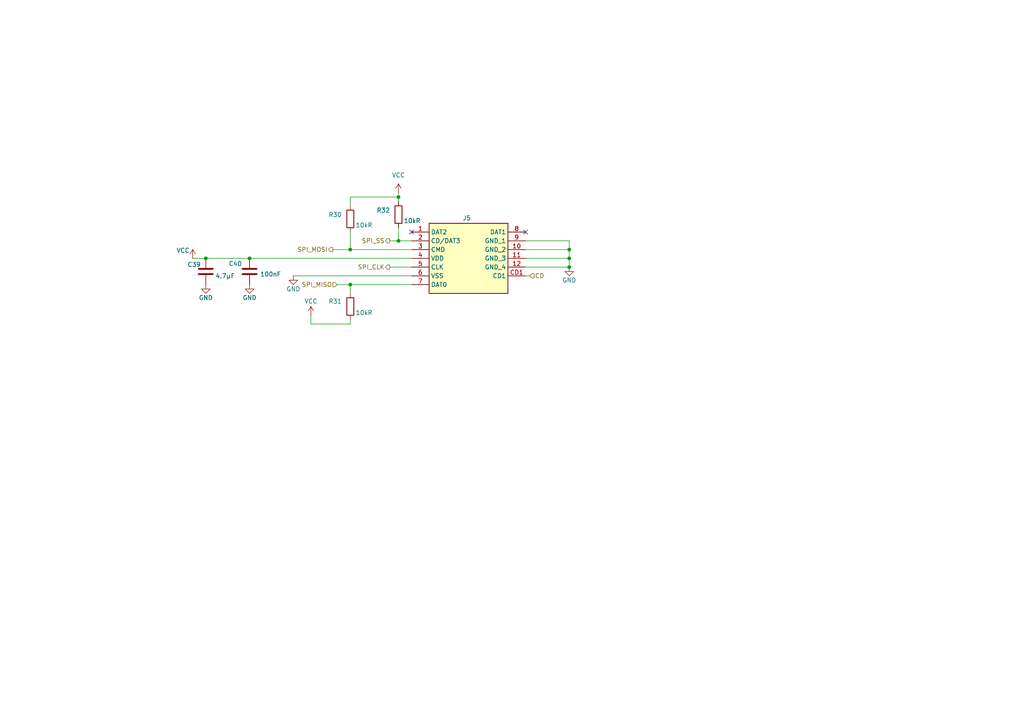
<source format=kicad_sch>
(kicad_sch (version 20250114) (generator "eeschema") (generator_version "9.0")
  (paper "A4")
  (title_block (title "SD-Card") (date "2025-04-05") (rev "2.0") (company "Metropolia Motorsport") (comment 3 "ikar15012002@gmail.com") (comment 4 "Ivans Karsenieks"))
  (lib_symbols
    (symbol "Device:C" (pin_numbers (hide yes)) (pin_names (offset 0.254))
      (property "Reference" "C" (at 0.635 2.54 0))
      (property "Value" "C" (at 0.635 -2.54 0))
      (symbol "C_0_1"
        (polyline (pts (xy -2.032 0.762) (xy 2.032 0.762)) (stroke (width 0.508)))
        (polyline (pts (xy -2.032 -0.762) (xy 2.032 -0.762)) (stroke (width 0.508)))
      )
      (symbol "C_1_1"
        (pin passive line (at 0 3.81 270) (length 2.794) (name "~") (number "1"))
        (pin passive line (at 0 -3.81 90) (length 2.794) (name "~") (number "2"))
      )
    )
    (symbol "Device:R" (pin_numbers (hide yes)) (pin_names (offset 0))
      (property "Reference" "R" (at 2.032 0 90))
      (property "Value" "R" (at 0 0 90))
      (symbol "R_0_1"
        (rectangle (start -1.016 -2.54) (end 1.016 2.54) (stroke (width 0.254)))
      )
      (symbol "R_1_1"
        (pin passive line (at 0 3.81 270) (length 1.27) (name "~") (number "1"))
        (pin passive line (at 0 -3.81 90) (length 1.27) (name "~") (number "2"))
      )
    )
    (symbol "MSD-1-A:MSD-1-A"
      (property "Reference" "J" (at 29.21 7.62 0))
      (property "Value" "MSD-1-A" (at 29.21 5.08 0))
      (symbol "MSD-1-A_1_1"
        (rectangle (start 5.08 2.54) (end 27.94 -17.78) (stroke (width 0.254)) (fill (type background)))
        (pin passive line (at 0 0 0) (length 5.08) (name "DAT2") (number "1"))
        (pin passive line (at 0 -2.54 0) (length 5.08) (name "CD/DAT3") (number "2"))
        (pin passive line (at 0 -5.08 0) (length 5.08) (name "CMD") (number "3"))
        (pin passive line (at 0 -7.62 0) (length 5.08) (name "VDD") (number "4"))
        (pin passive line (at 0 -10.16 0) (length 5.08) (name "CLK") (number "5"))
        (pin passive line (at 0 -12.7 0) (length 5.08) (name "VSS") (number "6"))
        (pin passive line (at 0 -15.24 0) (length 5.08) (name "DAT0") (number "7"))
        (pin passive line (at 33.02 0 180) (length 5.08) (name "DAT1") (number "8"))
        (pin passive line (at 33.02 -2.54 180) (length 5.08) (name "GND_1") (number "9"))
        (pin passive line (at 33.02 -5.08 180) (length 5.08) (name "GND_2") (number "10"))
        (pin passive line (at 33.02 -7.62 180) (length 5.08) (name "GND_3") (number "11"))
        (pin passive line (at 33.02 -10.16 180) (length 5.08) (name "GND_4") (number "12"))
        (pin passive line (at 33.02 -12.7 180) (length 5.08) (name "CD1") (number "CD1"))
      )
    )
    (symbol "power:GND" (power) (pin_numbers (hide yes)) (pin_names (offset 0) (hide yes))
      (property "Value" "GND" (at 0 -3.81 0))
      (symbol "GND_0_1"
        (polyline (pts (xy 0 0) (xy 0 -1.27) (xy 1.27 -1.27) (xy 0 -2.54) (xy -1.27 -1.27) (xy 0 -1.27)))
      )
      (symbol "GND_1_1"
        (pin power_in line (at 0 0 270) (length 0) (name "~") (number "1"))
      )
    )
    (symbol "power:VCC" (power) (pin_numbers (hide yes)) (pin_names (offset 0) (hide yes))
      (property "Value" "VCC" (at 0 3.556 0))
      (symbol "VCC_0_1"
        (polyline (pts (xy -0.762 1.27) (xy 0 2.54)))
        (polyline (pts (xy 0 2.54) (xy 0.762 1.27)))
        (polyline (pts (xy 0 0) (xy 0 2.54)))
      )
      (symbol "VCC_1_1"
        (pin power_in line (at 0 0 90) (length 0) (name "~") (number "1"))
      )
    )
  )
  (junction (at 59.69 74.93))
  (junction (at 115.57 57.15))
  (junction (at 101.6 72.39))
  (junction (at 101.6 82.55))
  (junction (at 115.57 69.85))
  (junction (at 165.1 77.47))
  (junction (at 72.39 74.93))
  (junction (at 165.1 74.93))
  (junction (at 165.1 72.39))
  (no_connect (at 152.4 67.31))
  (no_connect (at 119.38 67.31))
  (wire (pts (xy 165.1 74.93) (xy 165.1 77.47)))
  (wire (pts (xy 153.67 80.01) (xy 152.4 80.01)))
  (wire (pts (xy 101.6 59.69) (xy 101.6 57.15)))
  (wire (pts (xy 113.03 69.85) (xy 115.57 69.85)))
  (wire (pts (xy 165.1 69.85) (xy 165.1 72.39)))
  (wire (pts (xy 55.88 74.93) (xy 59.69 74.93)))
  (wire (pts (xy 90.17 91.44) (xy 90.17 93.98)))
  (wire (pts (xy 115.57 55.88) (xy 115.57 57.15)))
  (wire (pts (xy 113.03 77.47) (xy 119.38 77.47)))
  (wire (pts (xy 152.4 69.85) (xy 165.1 69.85)))
  (wire (pts (xy 165.1 72.39) (xy 165.1 74.93)))
  (wire (pts (xy 59.69 74.93) (xy 72.39 74.93)))
  (wire (pts (xy 101.6 82.55) (xy 119.38 82.55)))
  (wire (pts (xy 152.4 74.93) (xy 165.1 74.93)))
  (wire (pts (xy 101.6 57.15) (xy 115.57 57.15)))
  (wire (pts (xy 72.39 74.93) (xy 119.38 74.93)))
  (wire (pts (xy 101.6 93.98) (xy 101.6 92.71)))
  (wire (pts (xy 115.57 66.04) (xy 115.57 69.85)))
  (wire (pts (xy 101.6 72.39) (xy 119.38 72.39)))
  (wire (pts (xy 96.52 72.39) (xy 101.6 72.39)))
  (wire (pts (xy 101.6 67.31) (xy 101.6 72.39)))
  (wire (pts (xy 152.4 72.39) (xy 165.1 72.39)))
  (wire (pts (xy 152.4 77.47) (xy 165.1 77.47)))
  (wire (pts (xy 97.79 82.55) (xy 101.6 82.55)))
  (wire (pts (xy 115.57 69.85) (xy 119.38 69.85)))
  (wire (pts (xy 115.57 57.15) (xy 115.57 58.42)))
  (wire (pts (xy 85.09 80.01) (xy 119.38 80.01)))
  (wire (pts (xy 101.6 82.55) (xy 101.6 85.09)))
  (wire (pts (xy 90.17 93.98) (xy 101.6 93.98)))
  (hierarchical_label "SPI_CLK" (shape output) (at 113.03 77.47 180))
  (hierarchical_label "CD" (shape input) (at 153.67 80.01 0))
  (hierarchical_label "SPI_MISO" (shape input) (at 97.79 82.55 180))
  (hierarchical_label "SPI_MOSI" (shape output) (at 96.52 72.39 180))
  (hierarchical_label "SPI_SS" (shape output) (at 113.03 69.85 180))
  (symbol (lib_id "power:VCC") (at 115.57 55.88 0) (unit 1)
    (property "Reference" "#PWR0112" (effects (hide yes)))
    (property "Value" "VCC" (at 115.57 50.8 0))
    (property "Description" "Power symbol creates a global label with name \"VCC\"" (effects (hide yes)))
  )
  (symbol (lib_id "MSD-1-A:MSD-1-A") (at 119.38 67.31 0) (unit 1)
    (property "Reference" "J5" (at 135.382 63.246 0))
    (property "Value" "MSD-1-A" (effects (hide yes)))
    (property "Footprint" "Connector:MSD1A" (effects (hide yes)))
    (property "Datasheet" "https://www.sameskydevices.com/product/resource/supplyframepdf/msd-1-a.pdf" (effects (hide yes)))
    (property "Description" "Micro SD Card Connector, 9 Positions, Connector and Ejector, Push In, Auto Eject Out, Surface Mount, 1.8 mm Height Above Board, Gold Flash" (effects (hide yes)))
    (property "Height" "2" (effects (hide yes)))
    (property "Mouser Part Number" "179-MSD-1-A" (effects (hide yes)))
    (property "Mouser Price/Stock" "https://www.mouser.co.uk/ProductDetail/Same-Sky/MSD-1-A?qs=Z%252BL2brAPG1Ip18XLC4tUPQ%3D%3D" (effects (hide yes)))
    (property "Manufacturer_Name" "Same Sky" (effects (hide yes)))
    (property "Manufacturer_Part_Number" "MSD-1-A" (effects (hide yes)))
  )
  (symbol (lib_id "Device:R") (at 115.57 62.23 0) (unit 1)
    (property "Reference" "R32" (at 109.22 61.722 0) (effects (justify left bottom)))
    (property "Value" "10kR" (at 117.094 64.77 0) (effects (justify left bottom)))
    (property "Footprint" "Resistor_SMD:R_0805_2012Metric_Pad1.20x1.40mm_HandSolder" (effects (hide yes)))
    (property "Description" "AC0805FR-7W10KL" (effects (hide yes)))
  )
  (symbol (lib_id "power:GND") (at 165.1 77.47 0) (unit 1)
    (property "Reference" "#PWR0113" (effects (hide yes)))
    (property "Value" "GND" (at 165.1 81.28 0))
    (property "Description" "Power symbol creates a global label with name \"GND\" , ground" (effects (hide yes)))
  )
  (symbol (lib_id "Device:C") (at 72.39 78.74 0) (unit 1)
    (property "Reference" "C40" (at 66.294 77.216 0) (effects (justify left bottom)))
    (property "Value" "100nF" (at 75.438 80.264 0) (effects (justify left bottom)))
    (property "Footprint" "Capacitor_SMD:C_0805_2012Metric_Pad1.18x1.45mm_HandSolder" (effects (hide yes)))
    (property "Description" "08055C104KAT4A" (effects (hide yes)))
    (property "HEIGHT" "0.94mm" (effects (hide yes)))
    (property "ALTIUM_VALUE" "100nF" (effects (hide yes)))
    (property "CAPACITOR TYPE" "Ceramic" (effects (hide yes)))
    (property "CASE/PACKAGE" "0805" (effects (hide yes)))
    (property "DIELECTRIC MATERIAL" "Ceramic" (effects (hide yes)))
    (property "JESD-609 CODE" "e3" (effects (hide yes)))
    (property "LENGTH" "2.01mm" (effects (hide yes)))
    (property "MAX OPERATING TEMPERATURE" "125°C" (effects (hide yes)))
    (property "MIN OPERATING TEMPERATURE" "-55°C" (effects (hide yes)))
    (property "MOUNTING TECHNOLOGY" "Surface Mount" (effects (hide yes)))
    (property "MULTILAYER" "Yes" (effects (hide yes)))
    (property "PACKAGE SHAPE" "Rectangular" (effects (hide yes)))
    (property "PACKAGE STYLE" "SMTMeter" (effects (hide yes)))
    (property "PACKAGING" "Tape and Reel" (effects (hide yes)))
    (property "PINS" "2" (effects (hide yes)))
    (property "RATED DC VOLTAGE (URDC)" "50V" (effects (hide yes)))
    (property "REACH SVHC COMPLIANT" "Yes" (effects (hide yes)))
    (property "ROHS COMPLIANT" "Yes" (effects (hide yes)))
    (property "TEMPERATURE CHARACTERISTICS CODE" "X7R" (effects (hide yes)))
    (property "TERMINAL FINISH" "Nickel" (effects (hide yes)))
    (property "TERMINATION" "Wraparound" (effects (hide yes)))
    (property "TOLERANCE  (FILL IN AS +-)" "10%" (effects (hide yes)))
    (property "TOLERANCE (FILL IN AS +-)" "10%" (effects (hide yes)))
    (property "WIDTH" "1.25mm" (effects (hide yes)))
  )
  (symbol (lib_id "power:GND") (at 85.09 80.01 0) (unit 1)
    (property "Reference" "#PWR0110" (effects (hide yes)))
    (property "Value" "GND" (at 85.09 83.82 0))
    (property "Description" "Power symbol creates a global label with name \"GND\" , ground" (effects (hide yes)))
  )
  (symbol (lib_id "Device:R") (at 101.6 63.5 0) (unit 1)
    (property "Reference" "R30" (at 95.25 62.992 0) (effects (justify left bottom)))
    (property "Value" "10kR" (at 103.124 66.04 0) (effects (justify left bottom)))
    (property "Footprint" "Resistor_SMD:R_0805_2012Metric_Pad1.20x1.40mm_HandSolder" (effects (hide yes)))
    (property "Description" "AC0805FR-7W10KL" (effects (hide yes)))
  )
  (symbol (lib_id "power:VCC") (at 90.17 91.44 0) (unit 1)
    (property "Reference" "#PWR0111" (effects (hide yes)))
    (property "Value" "VCC" (at 90.17 87.376 0))
    (property "Description" "Power symbol creates a global label with name \"VCC\"" (effects (hide yes)))
  )
  (symbol (lib_id "Device:R") (at 101.6 88.9 0) (unit 1)
    (property "Reference" "R31" (at 95.25 88.138 0) (effects (justify left bottom)))
    (property "Value" "10kR" (at 103.124 91.44 0) (effects (justify left bottom)))
    (property "Footprint" "Resistor_SMD:R_0805_2012Metric_Pad1.20x1.40mm_HandSolder" (effects (hide yes)))
    (property "Description" "AC0805FR-7W10KL" (effects (hide yes)))
  )
  (symbol (lib_id "Device:C") (at 59.69 78.74 0) (unit 1)
    (property "Reference" "C39" (at 54.356 77.47 0) (effects (justify left bottom)))
    (property "Value" "4.7µF" (at 62.484 80.772 0) (effects (justify left bottom)))
    (property "Footprint" "Capacitor_SMD:C_0805_2012Metric_Pad1.18x1.45mm_HandSolder" (effects (hide yes)))
    (property "Description" "GRM21BZ71H475KE15L" (effects (hide yes)))
    (property "ALTIUM_VALUE" "4.7µF" (effects (hide yes)))
    (property "CAPACITOR TYPE" "Ceramic" (effects (hide yes)))
    (property "CASE/PACKAGE" "0805" (effects (hide yes)))
    (property "DIELECTRIC MATERIAL" "Ceramic" (effects (hide yes)))
    (property "JESD-609 CODE" "e3" (effects (hide yes)))
    (property "MAX OPERATING TEMPERATURE" "125°C" (effects (hide yes)))
    (property "MIN OPERATING TEMPERATURE" "-55°C" (effects (hide yes)))
    (property "MOUNTING TECHNOLOGY" "Surface Mount" (effects (hide yes)))
    (property "MULTILAYER" "Yes" (effects (hide yes)))
    (property "PACKAGE SHAPE" "Rectangular" (effects (hide yes)))
    (property "PACKAGING" "Tape and Reel" (effects (hide yes)))
    (property "PINS" "2" (effects (hide yes)))
    (property "RATED DC VOLTAGE (URDC)" "50V" (effects (hide yes)))
    (property "REACH SVHC COMPLIANT" "Yes" (effects (hide yes)))
    (property "ROHS COMPLIANT" "Yes" (effects (hide yes)))
    (property "TEMPERATURE CHARACTERISTICS CODE" "X7R" (effects (hide yes)))
    (property "TERMINAL FINISH" "Nickel" (effects (hide yes)))
    (property "TERMINATION" "Wraparound" (effects (hide yes)))
    (property "TOLERANCE  (FILL IN AS +-)" "10%" (effects (hide yes)))
    (property "TOLERANCE (FILL IN AS +-)" "10%" (effects (hide yes)))
  )
  (symbol (lib_id "power:GND") (at 72.39 82.55 0) (unit 1)
    (property "Reference" "#PWR0109" (effects (hide yes)))
    (property "Value" "GND" (at 72.39 86.36 0))
    (property "Description" "Power symbol creates a global label with name \"GND\" , ground" (effects (hide yes)))
  )
  (symbol (lib_id "power:VCC") (at 55.88 74.93 0) (unit 1)
    (property "Reference" "#PWR0107" (effects (hide yes)))
    (property "Value" "VCC" (at 53.086 72.644 0))
    (property "Description" "Power symbol creates a global label with name \"VCC\"" (effects (hide yes)))
  )
  (symbol (lib_id "power:GND") (at 59.69 82.55 0) (unit 1)
    (property "Reference" "#PWR0108" (effects (hide yes)))
    (property "Value" "GND" (at 59.69 86.36 0))
    (property "Description" "Power symbol creates a global label with name \"GND\" , ground" (effects (hide yes)))
  )
)
</source>
